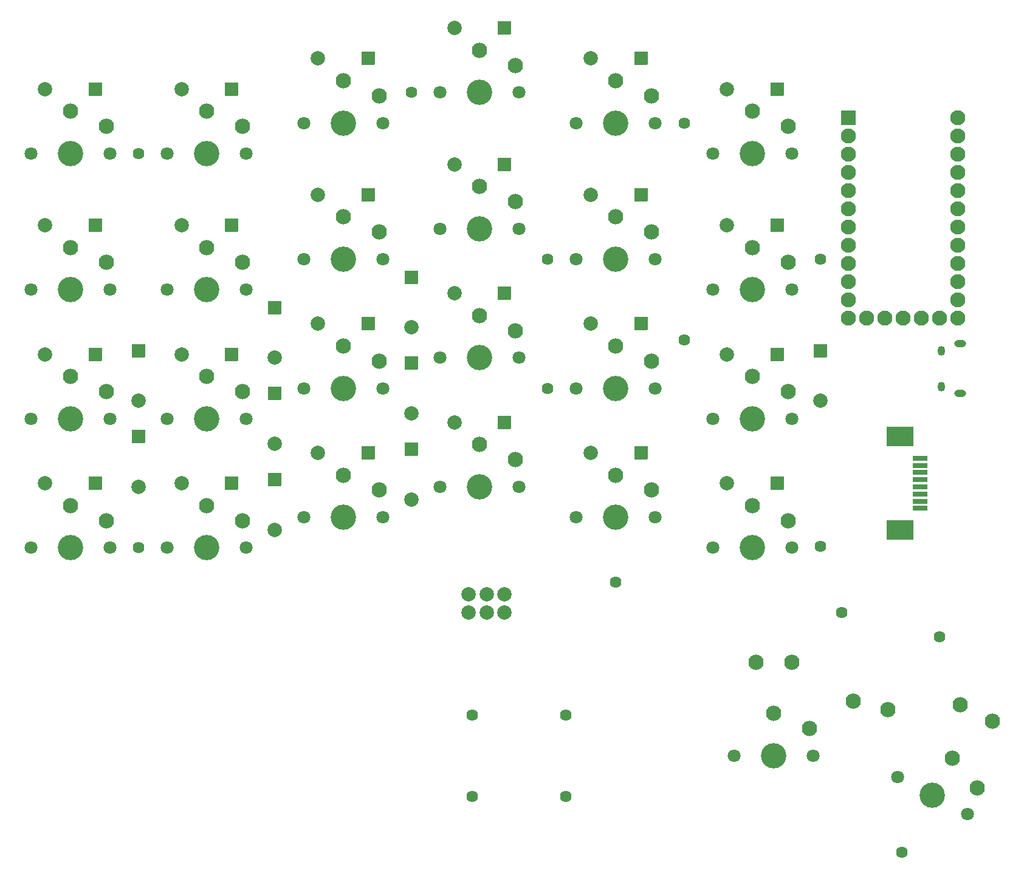
<source format=gbr>
%TF.GenerationSoftware,KiCad,Pcbnew,(6.0.4)*%
%TF.CreationDate,2023-12-12T22:20:10-08:00*%
%TF.ProjectId,keyboard,6b657962-6f61-4726-942e-6b696361645f,v1.0.0*%
%TF.SameCoordinates,Original*%
%TF.FileFunction,Soldermask,Bot*%
%TF.FilePolarity,Negative*%
%FSLAX46Y46*%
G04 Gerber Fmt 4.6, Leading zero omitted, Abs format (unit mm)*
G04 Created by KiCad (PCBNEW (6.0.4)) date 2023-12-12 22:20:10*
%MOMM*%
%LPD*%
G01*
G04 APERTURE LIST*
G04 Aperture macros list*
%AMRoundRect*
0 Rectangle with rounded corners*
0 $1 Rounding radius*
0 $2 $3 $4 $5 $6 $7 $8 $9 X,Y pos of 4 corners*
0 Add a 4 corners polygon primitive as box body*
4,1,4,$2,$3,$4,$5,$6,$7,$8,$9,$2,$3,0*
0 Add four circle primitives for the rounded corners*
1,1,$1+$1,$2,$3*
1,1,$1+$1,$4,$5*
1,1,$1+$1,$6,$7*
1,1,$1+$1,$8,$9*
0 Add four rect primitives between the rounded corners*
20,1,$1+$1,$2,$3,$4,$5,0*
20,1,$1+$1,$4,$5,$6,$7,0*
20,1,$1+$1,$6,$7,$8,$9,0*
20,1,$1+$1,$8,$9,$2,$3,0*%
G04 Aperture macros list end*
%ADD10C,2.132000*%
%ADD11C,1.624000*%
%ADD12C,2.005000*%
%ADD13RoundRect,0.050000X-0.889000X0.889000X-0.889000X-0.889000X0.889000X-0.889000X0.889000X0.889000X0*%
%ADD14C,1.801800*%
%ADD15C,3.529000*%
%ADD16RoundRect,0.050000X0.889000X0.889000X-0.889000X0.889000X-0.889000X-0.889000X0.889000X-0.889000X0*%
%ADD17O,1.650000X0.990000*%
%ADD18O,1.050000X1.350000*%
%ADD19RoundRect,0.050000X-1.000000X-1.000000X1.000000X-1.000000X1.000000X1.000000X-1.000000X1.000000X0*%
%ADD20C,2.100000*%
%ADD21RoundRect,0.050000X1.000000X-0.305000X1.000000X0.305000X-1.000000X0.305000X-1.000000X-0.305000X0*%
%ADD22RoundRect,0.050000X1.800000X-1.340000X1.800000X1.340000X-1.800000X1.340000X-1.800000X-1.340000X0*%
G04 APERTURE END LIST*
D10*
%TO.C,M2*%
X259074261Y-171395195D03*
X263925739Y-172604805D03*
%TD*%
D11*
%TO.C,*%
X159500000Y-150000000D03*
%TD*%
D12*
%TO.C,D28*%
X159500000Y-141500000D03*
D13*
X159500000Y-134500000D03*
%TD*%
D11*
%TO.C,*%
X265888002Y-192459980D03*
%TD*%
D14*
%TO.C,S6*%
X174500000Y-132000000D03*
D15*
X169000000Y-132000000D03*
D14*
X163500000Y-132000000D03*
D10*
X174000000Y-128200000D03*
X169000000Y-126100000D03*
%TD*%
D12*
%TO.C,D16*%
X203500000Y-77500000D03*
D16*
X210500000Y-77500000D03*
%TD*%
D14*
%TO.C,S21*%
X239500000Y-150000000D03*
X250500000Y-150000000D03*
D15*
X245000000Y-150000000D03*
D10*
X250000000Y-146200000D03*
X245000000Y-144100000D03*
%TD*%
D14*
%TO.C,S1*%
X155500000Y-150000000D03*
X144500000Y-150000000D03*
D15*
X150000000Y-150000000D03*
D10*
X155000000Y-146200000D03*
X150000000Y-144100000D03*
%TD*%
D12*
%TO.C,D20*%
X222500000Y-81750000D03*
D16*
X229500000Y-81750000D03*
%TD*%
D12*
%TO.C,D36*%
X254500000Y-129500000D03*
D13*
X254500000Y-122500000D03*
%TD*%
D12*
%TO.C,D17*%
X222500000Y-136750000D03*
D16*
X229500000Y-136750000D03*
%TD*%
D12*
%TO.C,D7*%
X165500000Y-105000000D03*
D16*
X172500000Y-105000000D03*
%TD*%
D12*
%TO.C,D35*%
X205500000Y-159000000D03*
X208000000Y-159000000D03*
X210500000Y-159000000D03*
X205500000Y-156500000D03*
X208000000Y-156500000D03*
X210500000Y-156500000D03*
%TD*%
D11*
%TO.C,*%
X254500000Y-149800000D03*
%TD*%
D12*
%TO.C,D30*%
X178500000Y-135500000D03*
D13*
X178500000Y-128500000D03*
%TD*%
D11*
%TO.C,*%
X206000000Y-184700000D03*
%TD*%
%TO.C,*%
X235500000Y-121000000D03*
%TD*%
D12*
%TO.C,D8*%
X165500000Y-86000000D03*
D16*
X172500000Y-86000000D03*
%TD*%
D15*
%TO.C,S22*%
X245000000Y-132000000D03*
D14*
X250500000Y-132000000D03*
X239500000Y-132000000D03*
D10*
X250000000Y-128200000D03*
X245000000Y-126100000D03*
%TD*%
D14*
%TO.C,S16*%
X212500000Y-86500000D03*
D15*
X207000000Y-86500000D03*
D14*
X201500000Y-86500000D03*
D10*
X212000000Y-82700000D03*
X207000000Y-80600000D03*
%TD*%
D12*
%TO.C,D15*%
X203500000Y-96500000D03*
D16*
X210500000Y-96500000D03*
%TD*%
D14*
%TO.C,S7*%
X174500000Y-114000000D03*
D15*
X169000000Y-114000000D03*
D14*
X163500000Y-114000000D03*
D10*
X174000000Y-110200000D03*
X169000000Y-108100000D03*
%TD*%
D12*
%TO.C,D33*%
X197500000Y-131250000D03*
D13*
X197500000Y-124250000D03*
%TD*%
D11*
%TO.C,*%
X219000000Y-173300000D03*
%TD*%
D15*
%TO.C,S11*%
X188000000Y-109750000D03*
D14*
X193500000Y-109750000D03*
X182500000Y-109750000D03*
D10*
X193000000Y-105950000D03*
X188000000Y-103850000D03*
%TD*%
D14*
%TO.C,S23*%
X250500000Y-114000000D03*
D15*
X245000000Y-114000000D03*
D14*
X239500000Y-114000000D03*
D10*
X250000000Y-110200000D03*
X245000000Y-108100000D03*
%TD*%
D17*
%TO.C,*%
X274015000Y-128500000D03*
D18*
X271315000Y-122500000D03*
X271315000Y-127500000D03*
D17*
X274015000Y-121500000D03*
%TD*%
D14*
%TO.C,S18*%
X220500000Y-127750000D03*
D15*
X226000000Y-127750000D03*
D14*
X231500000Y-127750000D03*
D10*
X231000000Y-123950000D03*
X226000000Y-121850000D03*
%TD*%
D15*
%TO.C,S13*%
X207000000Y-141500000D03*
D14*
X212500000Y-141500000D03*
X201500000Y-141500000D03*
D10*
X212000000Y-137700000D03*
X207000000Y-135600000D03*
%TD*%
D12*
%TO.C,D21*%
X241500000Y-141000000D03*
D16*
X248500000Y-141000000D03*
%TD*%
D14*
%TO.C,S10*%
X182500000Y-127750000D03*
X193500000Y-127750000D03*
D15*
X188000000Y-127750000D03*
D10*
X193000000Y-123950000D03*
X188000000Y-121850000D03*
%TD*%
D12*
%TO.C,D22*%
X241500000Y-123000000D03*
D16*
X248500000Y-123000000D03*
%TD*%
D11*
%TO.C,*%
X216500000Y-127750000D03*
%TD*%
D14*
%TO.C,S19*%
X220500000Y-109750000D03*
D15*
X226000000Y-109750000D03*
D14*
X231500000Y-109750000D03*
D10*
X231000000Y-105950000D03*
X226000000Y-103850000D03*
%TD*%
D12*
%TO.C,D12*%
X184500000Y-81750000D03*
D16*
X191500000Y-81750000D03*
%TD*%
D11*
%TO.C,*%
X206000000Y-173300000D03*
%TD*%
%TO.C,*%
X254500000Y-109750000D03*
%TD*%
D14*
%TO.C,S4*%
X155500000Y-95000000D03*
D15*
X150000000Y-95000000D03*
D14*
X144500000Y-95000000D03*
D10*
X155000000Y-91200000D03*
X150000000Y-89100000D03*
%TD*%
D14*
%TO.C,S20*%
X231500000Y-90750000D03*
D15*
X226000000Y-90750000D03*
D14*
X220500000Y-90750000D03*
D10*
X231000000Y-86950000D03*
X226000000Y-84850000D03*
%TD*%
D15*
%TO.C,S9*%
X188000000Y-145750000D03*
D14*
X182500000Y-145750000D03*
X193500000Y-145750000D03*
D10*
X193000000Y-141950000D03*
X188000000Y-139850000D03*
%TD*%
D12*
%TO.C,D19*%
X222500000Y-100750000D03*
D16*
X229500000Y-100750000D03*
%TD*%
D11*
%TO.C,*%
X257500000Y-159000000D03*
%TD*%
D14*
%TO.C,S17*%
X231500000Y-145750000D03*
D15*
X226000000Y-145750000D03*
D14*
X220500000Y-145750000D03*
D10*
X231000000Y-141950000D03*
X226000000Y-139850000D03*
%TD*%
D14*
%TO.C,S24*%
X250500000Y-95000000D03*
D15*
X245000000Y-95000000D03*
D14*
X239500000Y-95000000D03*
D10*
X250000000Y-91200000D03*
X245000000Y-89100000D03*
%TD*%
D12*
%TO.C,D1*%
X146500000Y-141000000D03*
D16*
X153500000Y-141000000D03*
%TD*%
D10*
%TO.C,M3*%
X274009007Y-171861454D03*
X278423745Y-174208812D03*
%TD*%
D15*
%TO.C,S25*%
X248000000Y-179000000D03*
D14*
X253500000Y-179000000D03*
X242500000Y-179000000D03*
D10*
X253000000Y-175200000D03*
X248000000Y-173100000D03*
%TD*%
D14*
%TO.C,S2*%
X155500000Y-132000000D03*
X144500000Y-132000000D03*
D15*
X150000000Y-132000000D03*
D10*
X155000000Y-128200000D03*
X150000000Y-126100000D03*
%TD*%
D11*
%TO.C,*%
X197500000Y-86500000D03*
%TD*%
%TO.C,*%
X216500000Y-109750000D03*
%TD*%
D14*
%TO.C,S3*%
X144500000Y-114000000D03*
X155500000Y-114000000D03*
D15*
X150000000Y-114000000D03*
D10*
X155000000Y-110200000D03*
X150000000Y-108100000D03*
%TD*%
D15*
%TO.C,S14*%
X207000000Y-123500000D03*
D14*
X201500000Y-123500000D03*
X212500000Y-123500000D03*
D10*
X212000000Y-119700000D03*
X207000000Y-117600000D03*
%TD*%
D12*
%TO.C,D11*%
X184500000Y-100750000D03*
D16*
X191500000Y-100750000D03*
%TD*%
D11*
%TO.C,*%
X235500000Y-90750000D03*
%TD*%
D10*
%TO.C,M1*%
X245500000Y-166000000D03*
X250500000Y-166000000D03*
%TD*%
D14*
%TO.C,S5*%
X163500000Y-150000000D03*
X174500000Y-150000000D03*
D15*
X169000000Y-150000000D03*
D10*
X174000000Y-146200000D03*
X169000000Y-144100000D03*
%TD*%
D14*
%TO.C,S26*%
X274969458Y-187095546D03*
X265257034Y-181931358D03*
D15*
X270113246Y-184513452D03*
D10*
X276311976Y-183505609D03*
X272883128Y-179304061D03*
%TD*%
D12*
%TO.C,D31*%
X178500000Y-147500000D03*
D13*
X178500000Y-140500000D03*
%TD*%
D12*
%TO.C,D6*%
X165500000Y-123000000D03*
D16*
X172500000Y-123000000D03*
%TD*%
D12*
%TO.C,D9*%
X184500000Y-136750000D03*
D16*
X191500000Y-136750000D03*
%TD*%
D19*
%TO.C,*%
X258380000Y-90030000D03*
D20*
X258380000Y-92570000D03*
X258380000Y-95110000D03*
X258380000Y-97650000D03*
X258380000Y-100190000D03*
X258380000Y-102730000D03*
X258380000Y-105270000D03*
X258380000Y-107810000D03*
X258380000Y-110350000D03*
X258380000Y-112890000D03*
X258380000Y-115430000D03*
X258380000Y-117970000D03*
X273620000Y-117970000D03*
X273620000Y-115430000D03*
X273620000Y-112890000D03*
X273620000Y-110350000D03*
X273620000Y-107810000D03*
X273620000Y-105270000D03*
X273620000Y-102730000D03*
X273620000Y-100190000D03*
X273620000Y-97650000D03*
X273620000Y-95110000D03*
X273620000Y-92570000D03*
X273620000Y-90030000D03*
X260920000Y-117970000D03*
X263460000Y-117970000D03*
X266000000Y-117970000D03*
X268540000Y-117970000D03*
X271080000Y-117970000D03*
%TD*%
D14*
%TO.C,S15*%
X201500000Y-105500000D03*
X212500000Y-105500000D03*
D15*
X207000000Y-105500000D03*
D10*
X212000000Y-101700000D03*
X207000000Y-99600000D03*
%TD*%
D12*
%TO.C,D13*%
X203500000Y-132500000D03*
D16*
X210500000Y-132500000D03*
%TD*%
D12*
%TO.C,D4*%
X146500000Y-86000000D03*
D16*
X153500000Y-86000000D03*
%TD*%
D12*
%TO.C,D32*%
X197500000Y-143250000D03*
D13*
X197500000Y-136250000D03*
%TD*%
D12*
%TO.C,D3*%
X146500000Y-105000000D03*
D16*
X153500000Y-105000000D03*
%TD*%
D11*
%TO.C,*%
X159500000Y-95000000D03*
%TD*%
%TO.C,*%
X219000000Y-184700000D03*
%TD*%
D12*
%TO.C,D24*%
X241500000Y-86000000D03*
D16*
X248500000Y-86000000D03*
%TD*%
D12*
%TO.C,D10*%
X184500000Y-118750000D03*
D16*
X191500000Y-118750000D03*
%TD*%
D12*
%TO.C,D27*%
X159500000Y-129500000D03*
D13*
X159500000Y-122500000D03*
%TD*%
D12*
%TO.C,D29*%
X178500000Y-123500000D03*
D13*
X178500000Y-116500000D03*
%TD*%
D11*
%TO.C,*%
X226000000Y-154750000D03*
%TD*%
D12*
%TO.C,D23*%
X241500000Y-105000000D03*
D16*
X248500000Y-105000000D03*
%TD*%
D12*
%TO.C,D14*%
X203500000Y-114500000D03*
D16*
X210500000Y-114500000D03*
%TD*%
D12*
%TO.C,D18*%
X222500000Y-118750000D03*
D16*
X229500000Y-118750000D03*
%TD*%
D14*
%TO.C,S12*%
X193500000Y-90750000D03*
X182500000Y-90750000D03*
D15*
X188000000Y-90750000D03*
D10*
X193000000Y-86950000D03*
X188000000Y-84850000D03*
%TD*%
D12*
%TO.C,D2*%
X146500000Y-123000000D03*
D16*
X153500000Y-123000000D03*
%TD*%
D12*
%TO.C,D5*%
X165500000Y-141000000D03*
D16*
X172500000Y-141000000D03*
%TD*%
D14*
%TO.C,S8*%
X174500000Y-95000000D03*
D15*
X169000000Y-95000000D03*
D14*
X163500000Y-95000000D03*
D10*
X174000000Y-91200000D03*
X169000000Y-89100000D03*
%TD*%
D11*
%TO.C,*%
X271114675Y-162394520D03*
%TD*%
D12*
%TO.C,D34*%
X197500000Y-119250000D03*
D13*
X197500000Y-112250000D03*
%TD*%
D21*
%TO.C,*%
X268400000Y-144500000D03*
X268400000Y-143500000D03*
X268400000Y-142500000D03*
X268400000Y-141500000D03*
X268400000Y-140500000D03*
X268400000Y-139500000D03*
X268400000Y-138500000D03*
X268400000Y-137500000D03*
D22*
X265600000Y-134510000D03*
X265600000Y-147490000D03*
%TD*%
M02*

</source>
